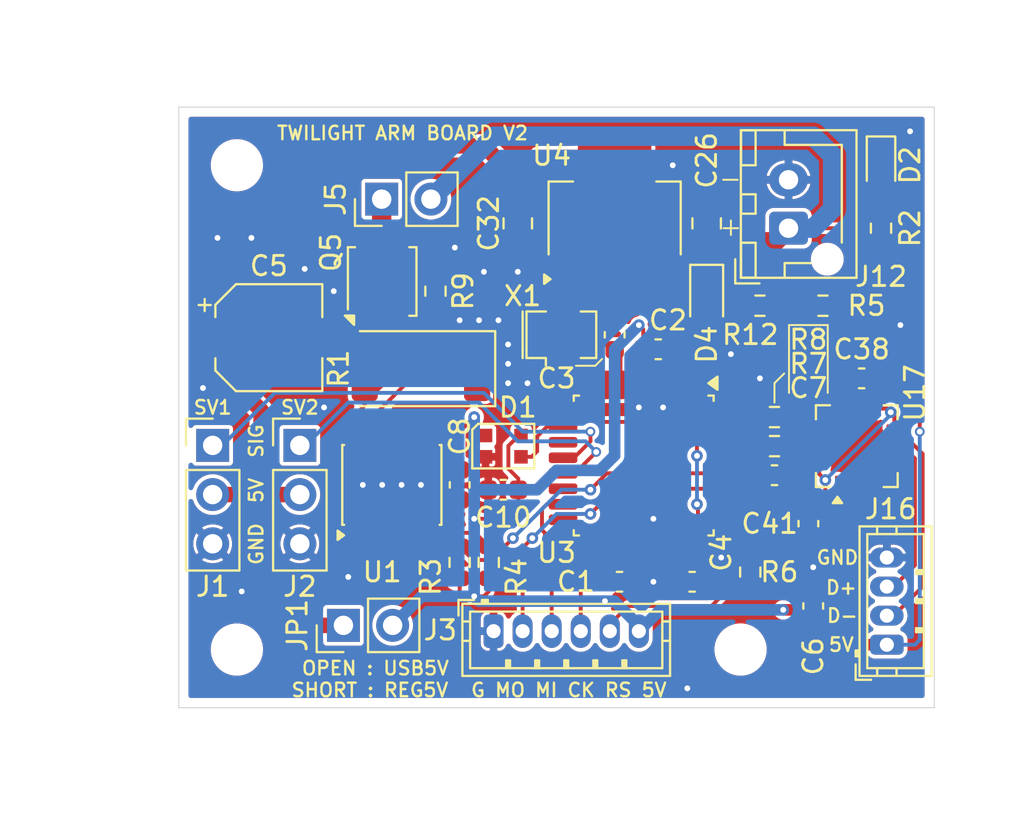
<source format=kicad_pcb>
(kicad_pcb (version 20241229) (generator "pcbnew") (generator_version "9.0")
  (layers (0 "F.Cu" signal) (2 "B.Cu" signal) (13 "F.Paste" user) (15 "B.Paste" user) (5 "F.SilkS" user "F.Silkscreen") (7 "B.SilkS" user "B.Silkscreen") (1 "F.Mask" user) (3 "B.Mask" user) (25 "Edge.Cuts" user))
  (net 0 "")
  (net 1 "GND")
  (net 2 "/MOSI")
  (net 3 "Net-(U3-PD1)")
  (net 4 "/TX")
  (net 5 "Net-(U3-PD0)")
  (net 6 "/RX")
  (net 7 "/RESET")
  (net 8 "+5V")
  (net 9 "Net-(U1-IN+)")
  (net 10 "/SCL")
  (net 11 "/SDA")
  (net 12 "+5VA")
  (net 13 "+BATT")
  (net 14 "Net-(J5-Pin_1)")
  (net 15 "/MOT_PWM")
  (net 17 "/SERVO_SIG1")
  (net 23 "/MISO")
  (net 24 "Net-(U3-AREF)")
  (net 25 "Net-(U3-XTAL1{slash}PB6)")
  (net 29 "/SERVO_SIG2")
  (net 30 "/SCK")
  (net 31 "Net-(U3-XTAL2{slash}PB7)")
  (net 34 "/USB-")
  (net 36 "Net-(U17-~{DTR})")
  (net 39 "Net-(U17-3V3OUT)")
  (net 42 "/USB+")
  (net 45 "Net-(D2-A)")
  (net 47 "/LED_SIG")
  (net 49 "/VMON")
  (footprint "Capacitor_SMD:C_0603_1608Metric" (layer "F.Cu") (at 151.75 94.5 180)
    (property "Reference" "C2")
    (property "Value" "CL10A475KO8NNNC")
  )
  (footprint "Package_TO_SOT_SMD:SOT-223-3_TabPin2" (layer "F.Cu") (at 149.5 87.75 90)
    (property "Reference" "U4")
    (property "Value" "AMS1117-5.0")
  )
  (footprint "MountingHole:MountingHole_2.2mm_M2" (layer "F.Cu") (at 156 110)
    (property "Reference" "H1" (hide yes))
    (property "Value" "M2")
  )
  (footprint "MountingHole:MountingHole_2.2mm_M2" (layer "F.Cu") (at 130 85)
    (property "Reference" "H2" (hide yes))
    (property "Value" "M2")
  )
  (footprint "Resistor_SMD:R_0603_1608Metric" (layer "F.Cu") (at 160.25 92.25)
    (property "Reference" "R5")
    (property "Value" "0603WAF1002T5E")
  )
  (footprint "Capacitor_SMD:C_0805_2012Metric" (layer "F.Cu") (at 154.25 88 -90)
    (property "Reference" "C26")
    (property "Value" "CL21A106KAYNNNE")
  )
  (footprint "Connector_PinHeader_2.54mm:PinHeader_1x03_P2.54mm_Vertical" (layer "F.Cu") (at 128.75 99.46)
    (property "Reference" "J1")
    (property "Value" "PinHeader")
  )
  (footprint "Capacitor_SMD:C_0603_1608Metric" (layer "F.Cu") (at 162.25 96)
    (property "Reference" "C38")
    (property "Value" "CC0603KRX7R9BB104")
  )
  (footprint "Resistor_SMD:R_0603_1608Metric" (layer "F.Cu") (at 140.25 91.5 -90)
    (property "Reference" "R9")
    (property "Value" "0603WAF1001T5E")
  )
  (footprint "Connector_PinHeader_2.54mm:PinHeader_1x03_P2.54mm_Vertical" (layer "F.Cu") (at 133.25 99.46)
    (property "Reference" "J2")
    (property "Value" "PinHeader")
  )
  (footprint "Capacitor_SMD:C_0603_1608Metric" (layer "F.Cu") (at 159.5 103.5 90)
    (property "Reference" "C41")
    (property "Value" "CC0603KRX7R9BB104")
  )
  (footprint "Connector_JST:JST_ZH_B6B-ZR_1x06_P1.50mm_Vertical" (layer "F.Cu") (at 143.25 109.05)
    (property "Reference" "J3")
    (property "Value" "B6B-ZR")
  )
  (footprint "Resistor_SMD:R_0603_1608Metric" (layer "F.Cu") (at 141.5 105.5 -90)
    (property "Reference" "R3")
    (property "Value" "0603WAF1001T5E")
  )
  (footprint "Diode_SMD:D_2512_6332Metric" (layer "F.Cu") (at 139.5 95.5 180)
    (property "Reference" "R1")
    (property "Value" "25121WF500MT4E")
  )
  (footprint "Capacitor_SMD:C_0603_1608Metric" (layer "F.Cu") (at 159.75 107.75 90)
    (property "Reference" "C6")
    (property "Value" "CL10A475KO8NNNC")
  )
  (footprint "Diode_SMD:D_SOD-323" (layer "F.Cu") (at 154.25 91.75 -90)
    (property "Reference" "D4")
    (property "Value" "1N5819WS")
  )
  (footprint "Crystal:Resonator_SMD_Murata_CSTxExxV-3Pin_3.0x1.1mm" (layer "F.Cu") (at 146.75 93.75)
    (property "Reference" "X1")
    (property "Value" "CSTCE16M0V53-R0")
  )
  (footprint "LED_SMD:LED_WS2812B-2020_PLCC4_2.0x2.0mm" (layer "F.Cu") (at 143.75 99.5)
    (property "Reference" "D1")
    (property "Value" "WS2812B-2020")
  )
  (footprint "Resistor_SMD:R_0603_1608Metric" (layer "F.Cu") (at 157 92.25)
    (property "Reference" "R12")
    (property "Value" "0603WAF1001T5E")
  )
  (footprint "LED_SMD:LED_0603_1608Metric" (layer "F.Cu") (at 163.25 85 -90)
    (property "Reference" "D2")
    (property "Value" "D-060306G1/SS2/G1")
  )
  (footprint "Capacitor_SMD:C_0603_1608Metric" (layer "F.Cu") (at 141.5 101.5 -90)
    (property "Reference" "C8")
    (property "Value" "CC0603KRX7R9BB104")
  )
  (footprint "MountingHole:MountingHole_2.2mm_M2" (layer "F.Cu") (at 130 110)
    (property "Reference" "H3" (hide yes))
    (property "Value" "M2")
  )
  (footprint "Resistor_SMD:R_0603_1608Metric" (layer "F.Cu") (at 143 105.5 -90)
    (property "Reference" "R4")
    (property "Value" "0603WAF1001T5E")
  )
  (footprint "Capacitor_SMD:C_0603_1608Metric" (layer "F.Cu") (at 157.75 101 180)
    (property "Reference" "C7")
    (property "Value" "CC0603KRX7R9BB104")
  )
  (footprint "Resistor_SMD:R_0603_1608Metric" (layer "F.Cu") (at 157.75 98 180)
    (property "Reference" "R8")
    (property "Value" "0603WAF1001T5E")
  )
  (footprint "Capacitor_SMD:C_0603_1608Metric" (layer "F.Cu") (at 153.5 106.5 180)
    (property "Reference" "C4")
    (property "Value" "CC0603KRX7R9BB104")
  )
  (footprint "Connector_JST:JST_XH_B2B-XH-AM_1x02_P2.50mm_Vertical" (layer "F.Cu") (at 158.475 88.25 90)
    (property "Reference" "J12")
    (property "Value" "B2B-XH-A(LF)(SN)")
  )
  (footprint "Resistor_SMD:R_0603_1608Metric" (layer "F.Cu") (at 157.75 99.5 180)
    (property "Reference" "R7")
    (property "Value" "0603WAF1001T5E")
  )
  (footprint "Package_SON:Diodes_PowerDI3333-8" (layer "F.Cu") (at 137.5 91 90)
    (property "Reference" "Q5")
    (property "Value" "DMT6008LFG")
  )
  (footprint "Resistor_SMD:R_0603_1608Metric" (layer "F.Cu") (at 156.5 106 -90)
    (property "Reference" "R6")
    (property "Value" "0603WAF1001T5E")
  )
  (footprint "Resistor_SMD:R_0603_1608Metric" (layer "F.Cu") (at 163.25 88.25 -90)
    (property "Reference" "R2")
    (property "Value" "0603WAF1002T5E")
  )
  (footprint "Capacitor_SMD:C_0603_1608Metric" (layer "F.Cu") (at 149.75 106.5 180)
    (property "Reference" "C1")
    (property "Value" "CL10A475KO8NNNC")
  )
  (footprint "Capacitor_SMD:CP_Elec_5x5.4" (layer "F.Cu") (at 131.65 93.9)
    (property "Reference" "C5")
    (property "Value" "RVT1A101M0505")
  )
  (footprint "Capacitor_SMD:C_0603_1608Metric" (layer "F.Cu") (at 149.5 93.75 -90)
    (property "Reference" "C3")
    (property "Value" "CL10A475KO8NNNC")
  )
  (footprint "Package_DFN_QFN:QFN-20-1EP_4x4mm_P0.5mm_EP2.5x2.5mm" (layer "F.Cu") (at 162 99.5 90)
    (property "Reference" "U17")
    (property "Value" "FT231XQ-R")
  )
  (footprint "Capacitor_SMD:C_0805_2012Metric" (layer "F.Cu") (at 144.5 88 -90)
    (property "Reference" "C32")
    (property "Value" "CL21A106KAYNNNE")
  )
  (footprint "Connector_PinHeader_2.54mm:PinHeader_1x02_P2.54mm_Vertical" (layer "F.Cu") (at 135.5 108.75 90)
    (property "Reference" "JP1")
    (property "Value" "Switch 5V supply")
  )
  (footprint "Capacitor_SMD:C_0603_1608Metric" (layer "F.Cu") (at 143.75 101.75 180)
    (property "Reference" "C10")
    (property "Value" "CC0603KRX7R9BB104")
  )
  (footprint "Connector_PinHeader_2.54mm:PinHeader_1x02_P2.54mm_Vertical" (layer "F.Cu") (at 137.475 86.75 90)
    (property "Reference" "J5")
    (property "Value" "Fan motor")
  )
  (footprint "Package_SO:SOIC-8_3.9x4.9mm_P1.27mm" (layer "F.Cu") (at 138 101.5 90)
    (property "Reference" "U1")
    (property "Value" "NA219AIDR")
  )
  (footprint "Package_QFP:TQFP-32_7x7mm_P0.8mm" (layer "F.Cu") (at 151 100.5 -90)
    (property "Reference" "U3")
    (property "Value" "ATmega328P-AU")
  )
  (footprint "Connector_JST:JST_ZH_B4B-ZR_1x04_P1.50mm_Vertical" (layer "F.Cu") (at 163.55 109.75 90)
    (property "Reference" "J16")
    (property "Value" "B4B-ZR(LF)(SN)")
  )
  (gr_line (start 155.1 85.75) (end 155.85 85.75) (stroke (width 0.1)) (layer "F.SilkS"))
  (gr_line (start 148.5 95.35) (end 148.85 95) (stroke (width 0.1)) (layer "F.SilkS"))
  (gr_line (start 158.5 93.25) (end 158.5 96.75) (stroke (width 0.1)) (layer "F.SilkS"))
  (gr_line (start 155.5 88.6) (end 155.5 87.85) (stroke (width 0.1)) (layer "F.SilkS"))
  (gr_line (start 160.5 93.25) (end 158.5 93.25) (stroke (width 0.1)) (layer "F.SilkS"))
  (gr_line (start 147.5 95.35) (end 148.5 95.35) (stroke (width 0.1)) (layer "F.SilkS"))
  (gr_line (start 155.125 88.25) (end 155.875 88.25) (stroke (width 0.1)) (layer "F.SilkS"))
  (gr_line (start 160.5 96.75) (end 160.5 93.25) (stroke (width 0.1)) (layer "F.SilkS"))
  (gr_line (start 158.25 95.75) (end 157.75 96.25) (stroke (width 0.1)) (layer "F.SilkS"))
  (gr_line (start 157.75 96.25) (end 157.75 97.25) (stroke (width 0.1)) (layer "F.SilkS"))
  (gr_line (start 127 82) (end 127 113) (stroke (width 0.05)) (layer "Edge.Cuts"))
  (gr_line (start 127 113) (end 166 113) (stroke (width 0.05)) (layer "Edge.Cuts"))
  (gr_line (start 166 113) (end 166 82) (stroke (width 0.05)) (layer "Edge.Cuts"))
  (gr_line (start 166 82) (end 127 82) (stroke (width 0.05)) (layer "Edge.Cuts"))
  (gr_text "SV2" (at 133.25 97.5 0) (layer "F.SilkS") (effects (font (size 0.7 0.7) (thickness 0.125))))
  (gr_text "GND  5V  SIG" (at 131 102 90) (layer "F.SilkS") (effects (font (size 0.7 0.7) (thickness 0.125))))
  (gr_text "SV1" (at 128.75 97.5 0) (layer "F.SilkS") (effects (font (size 0.7 0.7) (thickness 0.125))))
  (gr_text "G MO MI CK RS 5V" (at 152.25 112.5 0) (layer "F.SilkS") (effects (font (size 0.7 0.7) (thickness 0.125)) (justify right bottom)))
  (gr_text "D-" (at 161.25 108.25 0) (layer "F.SilkS") (effects (font (size 0.7 0.7) (thickness 0.125))))
  (gr_text "GND" (at 161 105.25 0) (layer "F.SilkS") (effects (font (size 0.7 0.7) (thickness 0.125))))
  (gr_text "5V" (at 161.2 109.75 0) (layer "F.SilkS") (effects (font (size 0.7 0.7) (thickness 0.125))))
  (gr_text "TWILIGHT ARM BOARD V2" (at 132 83.75 0) (layer "F.SilkS") (effects (font (size 0.7 0.7) (thickness 0.125)) (justify left bottom)))
  (gr_text " OPEN : USB5V\nSHORT : REG5V" (at 132.75 112.5 0) (layer "F.SilkS") (effects (font (size 0.7 0.7) (thickness 0.125)) (justify left bottom)))
  (gr_text "D+" (at 161.2 106.8 0) (layer "F.SilkS") (effects (font (size 0.7 0.7) (thickness 0.125))))
  (segment (start 150.525 106.5) (end 151.5 106.5) (width 0.2) (layer "F.Cu") (net 1))
  (segment (start 137.365 99.025) (end 137.365 97.635) (width 0.2) (layer "F.Cu") (net 1))
  (segment (start 154.275 106.5) (end 154.275 105.975) (width 0.2) (layer "F.Cu") (net 1))
  (segment (start 137.365 97.635) (end 139.5 95.5) (width 0.2) (layer "F.Cu") (net 1))
  (segment (start 152.2 96.3375) (end 152.2 97.3) (width 0.2) (layer "F.Cu") (net 1))
  (segment (start 152.2 97.3) (end 152 97.5) (width 0.2) (layer "F.Cu") (net 1))
  (segment (start 150.6 96.3375) (end 150.6 97.35) (width 0.2) (layer "F.Cu") (net 1))
  (segment (start 139.5 95.5) (end 142.4 95.5) (width 0.2) (layer "F.Cu") (net 1))
  (segment (start 151.4 104.6625) (end 151.4 103.35) (width 0.2) (layer "F.Cu") (net 1))
  (segment (start 154.275 105.975) (end 155 105.25) (width 0.2) (layer "F.Cu") (net 1))
  (segment (start 150.6 97.35) (end 150.75 97.5) (width 0.2) (layer "F.Cu") (net 1))
  (segment (start 151.4 103.35) (end 151.5 103.25) (width 0.2) (layer "F.Cu") (net 1))
  (via (at 138.5 101.5) (size 0.6) (drill 0.3) (layers "F.Cu" "B.Cu") (net 1))
  (via (at 130.25 107) (size 0.6) (drill 0.3) (layers "F.Cu" "B.Cu") (net 1))
  (via (at 139.5 101.5) (size 0.6) (drill 0.3) (layers "F.Cu" "B.Cu") (net 1))
  (via (at 137.5 101.5) (size 0.6) (drill 0.3) (layers "F.Cu" "B.Cu") (net 1))
  (via (at 152 97.5) (size 0.6) (drill 0.3) (layers "F.Cu" "B.Cu") (net 1))
  (via (at 159.75 105.75) (size 0.6) (drill 0.3) (layers "F.Cu" "B.Cu") (net 1))
  (via (at 151.5 103.25) (size 0.6) (drill 0.3) (layers "F.Cu" "B.Cu") (net 1))
  (via (at 141.25 89.25) (size 0.6) (drill 0.3) (layers "F.Cu" "B.Cu") (net 1))
  (via (at 145 96.25) (size 0.6) (drill 0.3) (layers "F.Cu" "B.Cu") (net 1))
  (via (at 136.5 101.5) (size 0.6) (drill 0.3) (layers "F.Cu" "B.Cu") (net 1))
  (via (at 135.75 106.25) (size 0.6) (drill 0.3) (layers "F.Cu" "B.Cu") (net 1))
  (via (at 128.25 96.5) (size 0.6) (drill 0.3) (layers "F.Cu" "B.Cu") (net 1))
  (via (at 144 94.25) (size 0.6) (drill 0.3) (layers "F.Cu" "B.Cu") (net 1))
  (via (at 157 96) (size 0.6) (drill 0.3) (layers "F.Cu" "B.Cu") (net 1))
  (via (at 150.75 97.5) (size 0.6) (drill 0.3) (layers "F.Cu" "B.Cu") (net 1))
  (via (at 141.5 93) (size 0.6) (drill 0.3) (layers "F.Cu" "B.Cu") (net 1))
  (via (at 155 105.25) (size 0.6) (drill 0.3) (layers "F.Cu" "B.Cu") (net 1))
  (via (at 134.5 97.5) (size 0.6) (drill 0.3) (layers "F.Cu" "B.Cu") (net 1))
  (via (at 164.75 83.25) (size 0.6) (drill 0.3) (layers "F.Cu" "B.Cu") (net 1))
  (via (at 144 96.25) (size 0.6) (drill 0.3) (layers "F.Cu" "B.Cu") (net 1))
  (via (at 153.25 112) (size 0.6) (drill 0.3) (layers "F.Cu" "B.Cu") (net 1))
  (via (at 142.75 90.5) (size 0.6) (drill 0.3) (layers "F.Cu" "B.Cu") (net 1))
  (via (at 142.5 93) (size 0.6) (drill 0.3) (layers "F.Cu" "B.Cu") (net 1))
  (via (at 144 95.25) (size 0.6) (drill 0.3) (layers "F.Cu" "B.Cu") (net 1))
  (via (at 152.5 85) (size 0.6) (drill 0.3) (layers "F.Cu" "B.Cu") (net 1))
  (via (at 164.25 93.25) (size 0.6) (drill 0.3) (layers "F.Cu" "B.Cu") (net 1))
  (via (at 129 88.75) (size 0.6) (drill 0.3) (layers "F.Cu" "B.Cu") (net 1))
  (via (at 143.5 93) (size 0.6) (drill 0.3) (layers "F.Cu" "B.Cu") (net 1))
  (via (at 155.5 94.75) (size 0.6) (drill 0.3) (layers "F.Cu" "B.Cu") (net 1))
  (via (at 151.5 106.5) (size 0.6) (drill 0.3) (layers "F.Cu" "B.Cu") (net 1))
  (via (at 130.75 88.75) (size 0.6) (drill 0.3) (layers "F.Cu" "B.Cu") (net 1))
  (via (at 144.5 90.5) (size 0.6) (drill 0.3) (layers "F.Cu" "B.Cu") (net 1))
  (via (at 133.5 90.35) (size 0.6) (drill 0.3) (layers "F.Cu" "B.Cu") (net 1))
  (via (at 135 91.5) (size 0.6) (drill 0.3) (layers "F.Cu" "B.Cu") (net 1))
  (segment (start 144.75 105.669239) (end 144.75 109.05) (width 0.2) (layer "F.Cu") (net 2))
  (segment (start 145.75 102.75) (end 145.75 103.830761) (width 0.2) (layer "F.Cu") (net 2))
  (segment (start 145.9 103.980761) (end 145.9 104.519239) (width 0.2) (layer "F.Cu") (net 2))
  (segment (start 146 102.5) (end 145.75 102.75) (width 0.2) (layer "F.Cu") (net 2))
  (segment (start 146.8375 102.5) (end 146 102.5) (width 0.2) (layer "F.Cu") (net 2))
  (segment (start 145.75 103.830761) (end 145.9 103.980761) (width 0.2) (layer "F.Cu") (net 2))
  (segment (start 145.9 104.519239) (end 144.75 105.669239) (width 0.2) (layer "F.Cu") (net 2))
  (segment (start 156.425 98.5) (end 156.925 98) (width 0.2) (layer "F.Cu") (net 3))
  (segment (start 155.1625 98.5) (end 156.425 98.5) (width 0.2) (layer "F.Cu") (net 3))
  (segment (start 157.726 102.226) (end 157.726 98.849) (width 0.2) (layer "F.Cu") (net 4))
  (segment (start 159 103.5) (end 157.726 102.226) (width 0.2) (layer "F.Cu") (net 4))
  (segment (start 161 101.4375) (end 161 102.45011) (width 0.2) (layer "F.Cu") (net 4))
  (segment (start 157.726 98.849) (end 158.575 98) (width 0.2) (layer "F.Cu") (net 4))
  (segment (start 161 102.45011) (end 159.95011 103.5) (width 0.2) (layer "F.Cu") (net 4))
  (segment (start 159.95011 103.5) (end 159 103.5) (width 0.2) (layer "F.Cu") (net 4))
  (segment (start 155.1625 99.3) (end 156.725 99.3) (width 0.2) (layer "F.Cu") (net 5))
  (segment (start 156.725 99.3) (end 156.925 99.5) (width 0.2) (layer "F.Cu") (net 5))
  (segment (start 160.0625 99) (end 159.075 99) (width 0.2) (layer "F.Cu") (net 6))
  (segment (start 159.075 99) (end 158.575 99.5) (width 0.2) (layer "F.Cu") (net 6))
  (segment (start 150.2 107.75) (end 154.5 107.75) (width 0.2) (layer "F.Cu") (net 7))
  (segment (start 155.5 105.669239) (end 155.994239 105.175) (width 0.2) (layer "F.Cu") (net 7))
  (segment (start 156.075 100.1) (end 155.1625 100.1) (width 0.2) (layer "F.Cu") (net 7))
  (segment (start 154.5 107.75) (end 155.5 106.75) (width 0.2) (layer "F.Cu") (net 7))
  (segment (start 155.5 106.75) (end 155.5 105.669239) (width 0.2) (layer "F.Cu") (net 7))
  (segment (start 149.25 108.7) (end 150.2 107.75) (width 0.2) (layer "F.Cu") (net 7))
  (segment (start 156.975 101) (end 156.075 100.1) (width 0.2) (layer "F.Cu") (net 7))
  (segment (start 156.975 104.2) (end 156.5 104.675) (width 0.2) (layer "F.Cu") (net 7))
  (segment (start 149.25 109.05) (end 149.25 108.7) (width 0.2) (layer "F.Cu") (net 7))
  (segment (start 156.975 101) (end 156.975 104.2) (width 0.2) (layer "F.Cu") (net 7))
  (segment (start 156.5 104.675) (end 156.5 105.175) (width 0.2) (layer "F.Cu") (net 7))
  (segment (start 155.994239 105.175) (end 156.5 105.175) (width 0.2) (layer "F.Cu") (net 7))
  (segment (start 144.55 98.95) (end 144.014 99.486) (width 0.2) (layer "F.Cu") (net 8))
  (segment (start 141.5 98.75) (end 142.25 98) (width 0.2) (layer "F.Cu") (net 8))
  (segment (start 139.905 99.025) (end 139.905 100.405) (width 0.2) (layer "F.Cu") (net 8))
  (segment (start 142.25 107.25) (end 141.75 107.25) (width 0.2) (layer "F.Cu") (net 8))
  (segment (start 141.5 106.325) (end 141.5 107) (width 0.2) (layer "F.Cu") (net 8))
  (segment (start 149.8 94.825) (end 149.8 96.3375) (width 0.2) (layer "F.Cu") (net 8))
  (segment (start 143 107) (end 142.75 107.25) (width 0.2) (layer "F.Cu") (net 8))
  (segment (start 149.5 94.525) (end 149.8 94.825) (width 0.2) (layer "F.Cu") (net 8))
  (segment (start 150.975 93.475) (end 150.75 93.25) (width 0.2) (layer "F.Cu") (net 8))
  (segment (start 141.75 107.25) (end 141.5 107) (width 0.2) (layer "F.Cu") (net 8))
  (segment (start 143 106.325) (end 143 107) (width 0.2) (layer "F.Cu") (net 8))
  (segment (start 151.4 94.925) (end 151.4 96.3375) (width 0.2) (layer "F.Cu") (net 8))
  (segment (start 160.975 109.75) (end 159.75 108.525) (width 0.6) (layer "F.Cu") (net 8))
  (segment (start 159.175 107.95) (end 159.75 108.525) (width 0.6) (layer "F.Cu") (net 8))
  (segment (start 165.25 98.225) (end 165.25 98.75) (width 0.2) (layer "F.Cu") (net 8))
  (segment (start 163.025 96) (end 165.25 98.225) (width 0.2) (layer "F.Cu") (net 8))
  (segment (start 144.665 98.95) (end 144.55 98.95) (width 0.2) (layer "F.Cu") (net 8))
  (segment (start 144.525 102.475) (end 143.75 103.25) (width 0.2) (layer "F.Cu") (net 8))
  (segment (start 144.014 100.664) (end 144.525 101.175) (width 0.2) (layer "F.Cu") (net 8))
  (segment (start 149.5 94.525) (end 149.5 94.5) (width 0.2) (layer "F.Cu") (net 8))
  (segment (start 140.225 100.725) (end 141.5 100.725) (width 0.2) (layer "F.Cu") (net 8))
  (segment (start 150.975 94.5) (end 151.4 94.925) (width 0.2) (layer "F.Cu") (net 8))
  (segment (start 149.5 94.5) (end 150.75 93.25) (width 0.2) (layer "F.Cu") (net 8))
  (segment (start 143.75 103.25) (end 142.25 103.25) (width 0.2) (layer "F.Cu") (net 8))
  (segment (start 163.55 109.75) (end 160.975 109.75) (width 0.6) (layer "F.Cu") (net 8))
  (segment (start 144.525 101.75) (end 144.525 102.475) (width 0.2) (layer "F.Cu") (net 8))
  (segment (start 141.5 100.725) (end 141.5 98.75) (width 0.2) (layer "F.Cu") (net 8))
  (segment (start 139.905 100.405) (end 140.225 100.725) (width 0.2) (layer "F.Cu") (net 8))
  (segment (start 158.2 107.95) (end 159.175 107.95) (width 0.6) (layer "F.Cu") (net 8))
  (segment (start 149 106.475) (end 148.975 106.5) (width 0.2) (layer "F.Cu") (net 8))
  (segment (start 144.525 101.175) (end 144.525 101.75) (width 0.2) (layer "F.Cu") (net 8))
  (segment (start 142.75 107.25) (end 142.25 107.25) (width 0.2) (layer "F.Cu") (net 8))
  (segment (start 162.5 96.525) (end 163.025 96) (width 0.2) (layer "F.Cu") (net 8))
  (segment (start 149 104.6625) (end 149 106.475) (width 0.2) (layer "F.Cu") (net 8))
  (segment (start 150.975 94.5) (end 150.975 93.475) (width 0.2) (layer "F.Cu") (net 8))
  (segment (start 156.5 106.825) (end 158.075 106.825) (width 0.2) (layer "F.Cu") (net 8))
  (segment (start 162.5 97.5625) (end 162.5 96.525) (width 0.2) (layer "F.Cu") (net 8))
  (segment (start 144.014 99.486) (end 144.014 100.664) (width 0.2) (layer "F.Cu") (net 8))
  (via (at 142.25 107.25) (size 0.5) (drill 0.3) (layers "F.Cu" "B.Cu") (net 8))
  (via (at 149 107.5) (size 0.5) (drill 0.3) (layers "F.Cu" "B.Cu") (net 8))
  (via (at 150.75 93.25) (size 0.5) (drill 0.3) (layers "F.Cu" "B.Cu") (net 8))
  (via (at 165.25 98.75) (size 0.5) (drill 0.3) (layers "F.Cu" "B.Cu") (net 8))
  (via (at 142.25 103.25) (size 0.6) (drill 0.3) (layers "F.Cu" "B.Cu") (net 8))
  (via (at 158.2 107.95) (size 0.5) (drill 0.3) (layers "F.Cu" "B.Cu") (net 8))
  (via (at 142.25 98) (size 0.6) (drill 0.3) (layers "F.Cu" "B.Cu") (net 8))
  (segment (start 150.75 109.05) (end 151.85 107.95) (width 0.6) (layer "B.Cu") (net 8))
  (segment (start 150.75 93.25) (end 149.5 94.5) (width 0.6) (layer "B.Cu") (net 8))
  (segment (start 142.25 101.75) (end 142.25 98) (width 0.6) (layer "B.Cu") (net 8))
  (segment (start 149 107.5) (end 142.5 107.5) (width 0.6) (layer "B.Cu") (net 8))
  (segment (start 139.54 107.25) (end 138.04 108.75) (width 0.6) (layer "B.Cu") (net 8))
  (segment (start 165 109.75) (end 163.55 109.75) (width 0.2) (layer "B.Cu") (net 8))
  (segment (start 148.729901 100.75) (end 146.5 100.75) (width 0.6) (layer "B.Cu") (net 8))
  (segment (start 149.5 94.5) (end 149.5 99.979901) (width 0.6) (layer "B.Cu") (net 8))
  (segment (start 150.75 109.05) (end 150.75 108.763159) (width 0.6) (layer "B.Cu") (net 8))
  (segment (start 142.25 107.25) (end 142.25 103.25) (width 0.6) (layer "B.Cu") (net 8))
  (segment (start 142.25 103.25) (end 142.25 101.75) (width 0.6) (layer "B.Cu") (net 8))
  (segment (start 150.75 108.763159) (end 149.486841 107.5) (width 0.6) (layer "B.Cu") (net 8))
  (segment (start 142.5 107.5) (end 142.25 107.25) (width 0.6) (layer "B.Cu") (net 8))
  (segment (start 165.25 98.75) (end 165.25 109.5) (width 0.2) (layer "B.Cu") (net 8))
  (segment (start 151.85 107.95) (end 158.2 107.95) (width 0.6) (layer "B.Cu") (net 8))
  (segment (start 145.5 101.75) (end 142.25 101.75) (width 0.6) (layer "B.Cu") (net 8))
  (segment (start 142.25 107.25) (end 139.54 107.25) (width 0.6) (layer "B.Cu") (net 8))
  (segment (start 149.5 99.979901) (end 148.729901 100.75) (width 0.6) (layer "B.Cu") (net 8))
  (segment (start 146.5 100.75) (end 145.5 101.75) (width 0.6) (layer "B.Cu") (net 8))
  (segment (start 149.486841 107.5) (end 149 107.5) (width 0.6) (layer "B.Cu") (net 8))
  (segment (start 165.25 109.5) (end 165 109.75) (width 0.2) (layer "B.Cu") (net 8))
  (segment (start 136.095 97.905) (end 136.6 97.4) (width 0.2) (layer "F.Cu") (net 9))
  (segment (start 136.095 99.025) (end 136.095 97.905) (width 0.2) (layer "F.Cu") (net 9))
  (segment (start 136.6 97.4) (end 136.6 95.5) (width 0.2) (layer "F.Cu") (net 9))
  (segment (start 155.1625 100.9) (end 149.1 100.9) (width 0.2) (layer "F.Cu") (net 10))
  (segment (start 142.3 103.975) (end 143 104.675) (width 0.2) (layer "F.Cu") (net 10))
  (segment (start 143 104.675) (end 143.825 104.675) (width 0.2) (layer "F.Cu") (net 10))
  (segment (start 139.905 103.975) (end 142.3 103.975) (width 0.2) (layer "F.Cu") (net 10))
  (segment (start 143.825 104.675) (end 144.25 104.25) (width 0.2) (layer "F.Cu") (net 10))
  (segment (start 149.1 100.9) (end 148.25 101.75) (width 0.2) (layer "F.Cu") (net 10))
  (via (at 144.25 104.25) (size 0.6) (drill 0.3) (layers "F.Cu" "B.Cu") (net 10))
  (via (at 148.25 101.75) (size 0.6) (drill 0.3) (layers "F.Cu" "B.Cu") (net 10))
  (segment (start 146.75 101.75) (end 144.25 104.25) (width 0.2) (layer "B.Cu") (net 10))
  (segment (start 148.25 101.75) (end 146.75 101.75) (width 0.2) (layer "B.Cu") (net 10))
  (segment (start 138.635 103.975) (end 138.635 105.135) (width 0.2) (layer "F.Cu") (net 11))
  (segment (start 138.751 105.251) (end 140.924 105.251) (width 0.2) (layer "F.Cu") (net 11))
  (segment (start 138.635 105.135) (end 138.751 105.251) (width 0.2) (layer "F.Cu") (net 11))
  (segment (start 140.924 105.251) (end 141.5 104.675) (width 0.2) (layer "F.Cu") (net 11))
  (segment (start 149.55 101.7) (end 148.25 103) (width 0.2) (layer "F.Cu") (net 11))
  (segment (start 144.124 105.376) (end 145.25 104.25) (width 0.2) (layer "F.Cu") (net 11))
  (segment (start 142.201 105.376) (end 144.124 105.376) (width 0.2) (layer "F.Cu") (net 11))
  (segment (start 155.1625 101.7) (end 149.55 101.7) (width 0.2) (layer "F.Cu") (net 11))
  (segment (start 141.5 104.675) (end 142.201 105.376) (width 0.2) (layer "F.Cu") (net 11))
  (via (at 148.25 103) (size 0.6) (drill 0.3) (layers "F.Cu" "B.Cu") (net 11))
  (via (at 145.25 104.25) (size 0.6) (drill 0.3) (layers "F.Cu" "B.Cu") (net 11))
  (segment (start 146.5 103) (end 145.25 104.25) (width 0.2) (layer "B.Cu") (net 11))
  (segment (start 148.25 103) (end 146.5 103) (width 0.2) (layer "B.Cu") (net 11))
  (segment (start 142.75 84) (end 144.5 85.75) (width 0.8) (layer "F.Cu") (net 12))
  (segment (start 149.5 90.9) (end 149.5 84.6) (width 1) (layer "F.Cu") (net 12))
  (segment (start 152.05 92.8) (end 152 92.75) (width 0.2) (layer "F.Cu") (net 12))
  (segment (start 131.25 106.25) (end 133.75 108.75) (width 0.8) (layer "F.Cu") (net 12))
  (segment (start 151.35 92.75) (end 149.5 90.9) (width 0.2) (layer "F.Cu") (net 12))
  (segment (start 131.25 102) (end 133.25 102) (width 0.8) (layer "F.Cu") (net 12))
  (segment (start 133.75 108.75) (end 135.5 108.75) (width 0.8) (layer "F.Cu") (net 12))
  (segment (start 154.25 92.8) (end 152.05 92.8) (width 0.2) (layer "F.Cu") (net 12))
  (segment (start 135.5 84) (end 142.75 84) (width 0.8) (layer "F.Cu") (net 12))
  (segment (start 145.65 84.6) (end 149.5 84.6) (width 0.8) (layer "F.Cu") (net 12))
  (segment (start 133.25 86.25) (end 135.5 84) (width 0.8) (layer "F.Cu") (net 12))
  (segment (start 129.45 93.9) (end 129.45 92.3) (width 0.8) (layer "F.Cu") (net 12))
  (segment (start 129.45 92.3) (end 133.25 88.5) (width 0.8) (layer "F.Cu") (net 12))
  (segment (start 133.25 88.5) (end 133.25 86.25) (width 0.8) (layer "F.Cu") (net 12))
  (segment (start 144.5 87.05) (end 144.5 85.75) (width 0.8) (layer "F.Cu") (net 12))
  (segment (start 131.25 102) (end 128.75 102) (width 0.8) (layer "F.Cu") (net 12))
  (segment (start 152 92.75) (end 151.35 92.75) (width 0.2) (layer "F.Cu") (net 12))
  (segment (start 144.5 85.75) (end 145.65 84.6) (width 0.8) (layer "F.Cu") (net 12))
  (segment (start 129.45 93.9) (end 129.45 95.85) (width 0.8) (layer "F.Cu") (net 12))
  (segment (start 131.25 97.65) (end 131.25 102) (width 0.8) (layer "F.Cu") (net 12))
  (segment (start 131.25 102) (end 131.25 106.25) (width 0.8) (layer "F.Cu") (net 12))
  (segment (start 129.45 95.85) (end 131.25 97.65) (width 0.8) (layer "F.Cu") (net 12))
  (segment (start 154.25 88.95) (end 157.775 88.95) (width 1) (layer "F.Cu") (net 13))
  (segment (start 163.25 90) (end 163.25 89.075) (width 0.2) (layer "F.Cu") (net 13))
  (segment (start 153.75 88.95) (end 151.8 90.9) (width 1) (layer "F.Cu") (net 13))
  (segment (start 158.475 88.25) (end 161 88.25) (width 0.2) (layer "F.Cu") (net 13))
  (segment (start 157.775 88.95) (end 158.475 88.25) (width 1) (layer "F.Cu") (net 13))
  (segment (start 161.825 89.075) (end 163.25 89.075) (width 0.2) (layer "F.Cu") (net 13))
  (segment (start 161.075 92.25) (end 161.075 92.175) (width 0.2) (layer "F.Cu") (net 13))
  (segment (start 154.25 88.95) (end 153.75 88.95) (width 1) (layer "F.Cu") (net 13))
  (segment (start 161 88.25) (end 161.825 89.075) (width 0.2) (layer "F.Cu") (net 13))
  (segment (start 154.25 90.7) (end 154.25 88.95) (width 0.2) (layer "F.Cu") (net 13))
  (segment (start 161.075 92.175) (end 163.25 90) (width 0.2) (layer "F.Cu") (net 13))
  (segment (start 143.265 83.5) (end 159.75 83.5) (width 1) (layer "B.Cu") (net 13))
  (segment (start 159.75 83.5) (end 160.75 84.5) (width 1) (layer "B.Cu") (net 13))
  (segment (start 140.015 86.75) (end 143.265 83.5) (width 1) (layer "B.Cu") (net 13))
  (segment (start 160.75 87.25) (end 159.75 88.25) (width 1) (layer "B.Cu") (net 13))
  (segment (start 160.75 84.5) (end 160.75 87.25) (width 1) (layer "B.Cu") (net 13))
  (segment (start 159.75 88.25) (end 158.475 88.25) (width 1) (layer "B.Cu") (net 13))
  (segment (start 137.475 86.75) (end 137.475 86.975) (width 0) (layer "F.Cu") (net 14))
  (segment (start 137.475 86.75) (end 137.475 90.52) (width 1) (layer "F.Cu") (net 14))
  (segment (start 137.475 86.975) (end 137.5 87) (width 0) (layer "F.Cu") (net 14))
  (segment (start 137.475 90.52) (end 137.5 90.545) (width 1) (layer "F.Cu") (net 14))
  (segment (start 147.2385 96.7385) (end 147.2214 96.7385) (width 0.2) (layer "F.Cu") (net 15))
  (segment (start 138.65 92.325) (end 138.475 92.5) (width 0.2) (layer "F.Cu") (net 15))
  (segment (start 140.25 92.325) (end 138.65 92.325) (width 0.2) (layer "F.Cu") (net 15))
  (segment (start 153.8 97.074999) (end 152.624999 98.25) (width 0.2) (layer "F.Cu") (net 15))
  (segment (start 153.8 96.3375) (end 153.8 97.074999) (width 0.2) (layer "F.Cu") (net 15))
  (segment (start 144.75 95.001) (end 144.75 93.25) (width 0.2) (layer "F.Cu") (net 15))
  (segment (start 147.2214 96.7385) (end 145.4839 95.001) (width 0.2) (layer "F.Cu") (net 15))
  (segment (start 144.75 93.25) (end 143.825 92.325) (width 0.2) (layer "F.Cu") (net 15))
  (segment (start 143.825 92.325) (end 140.25 92.325) (width 0.2) (layer "F.Cu") (net 15))
  (segment (start 148.75 98.25) (end 147.2385 96.7385) (width 0.2) (layer "F.Cu") (net 15))
  (segment (start 145.4839 95.001) (end 144.75 95.001) (width 0.2) (layer "F.Cu") (net 15))
  (segment (start 152.624999 98.25) (end 148.75 98.25) (width 0.2) (layer "F.Cu") (net 15))
  (segment (start 147.4 100.1) (end 148.25 99.25) (width 0.2) (layer "F.Cu") (net 17))
  (segment (start 148.25 99.25) (end 148.25 98.75) (width 0.2) (layer "F.Cu") (net 17))
  (segment (start 146.8375 100.1) (end 147.4 100.1) (width 0.2) (layer "F.Cu") (net 17))
  (via (at 148.25 98.75) (size 0.5) (drill 0.3) (layers "F.Cu" "B.Cu") (net 17))
  (segment (start 131.96 96.75) (end 142.75 96.75) (width 0.2) (layer "B.Cu") (net 17))
  (segment (start 144.75 98.75) (end 148.25 98.75) (width 0.2) (layer "B.Cu") (net 17))
  (segment (start 142.75 96.75) (end 144.75 98.75) (width 0.2) (layer "B.Cu") (net 17))
  (segment (start 129.25 99.46) (end 131.96 96.75) (width 0.2) (layer "B.Cu") (net 17))
  (segment (start 128.75 99.46) (end 129.25 99.46) (width 0.2) (layer "B.Cu") (net 17))
  (segment (start 146.8375 105.1625) (end 146.25 105.75) (width 0.2) (layer "F.Cu") (net 23))
  (segment (start 146.25 105.75) (end 146.25 109.05) (width 0.2) (layer "F.Cu") (net 23))
  (segment (start 146.8375 103.3) (end 146.8375 105.1625) (width 0.2) (layer "F.Cu") (net 23))
  (segment (start 150.950001 105.75) (end 151.975 105.75) (width 0.2) (layer "F.Cu") (net 24))
  (segment (start 151.975 105.75) (end 152.725 106.5) (width 0.2) (layer "F.Cu") (net 24))
  (segment (start 150.6 105.399999) (end 150.950001 105.75) (width 0.2) (layer "F.Cu") (net 24))
  (segment (start 150.6 104.6625) (end 150.6 105.399999) (width 0.2) (layer "F.Cu") (net 24))
  (segment (start 149 95.776056) (end 149 96.3375) (width 0.2) (layer "F.Cu") (net 25))
  (segment (start 147.95 94.975) (end 148.274 95.299) (width 0.2) (layer "F.Cu") (net 25))
  (segment (start 148.274 95.299) (end 148.522944 95.299) (width 0.2) (layer "F.Cu") (net 25))
  (segment (start 147.95 93.75) (end 147.95 94.975) (width 0.2) (layer "F.Cu") (net 25))
  (segment (start 148.522944 95.299) (end 149 95.776056) (width 0.2) (layer "F.Cu") (net 25))
  (segment (start 147.44853 100.9) (end 148.549265 99.799265) (width 0.2) (layer "F.Cu") (net 29))
  (segment (start 146.8375 100.9) (end 147.44853 100.9) (width 0.2) (layer "F.Cu") (net 29))
  (via (at 148.549265 99.799265) (size 0.5) (drill 0.3) (layers "F.Cu" "B.Cu") (net 29))
  (segment (start 148.549265 99.799265) (end 148 99.25) (width 0.2) (layer "B.Cu") (net 29))
  (segment (start 144.5 99.25) (end 142.5 97.25) (width 0.2) (layer "B.Cu") (net 29))
  (segment (start 135.75 97.25) (end 133.54 99.46) (width 0.2) (layer "B.Cu") (net 29))
  (segment (start 148 99.25) (end 144.5 99.25) (width 0.2) (layer "B.Cu") (net 29))
  (segment (start 142.5 97.25) (end 135.75 97.25) (width 0.2) (layer "B.Cu") (net 29))
  (segment (start 133.54 99.46) (end 133.25 99.46) (width 0.2) (layer "B.Cu") (net 29))
  (segment (start 148.2 104.6625) (end 148.2 106.3) (width 0.2) (layer "F.Cu") (net 30))
  (segment (start 147.75 106.75) (end 147.75 109.05) (width 0.2) (layer "F.Cu") (net 30))
  (segment (start 148.2 106.3) (end 147.75 106.75) (width 0.2) (layer "F.Cu") (net 30))
  (segment (start 145.55 94.5) (end 145.55 93.75) (width 0.2) (layer "F.Cu") (net 31))
  (segment (start 148.2 96.3375) (end 147.3875 96.3375) (width 0.2) (layer "F.Cu") (net 31))
  (segment (start 147.3875 96.3375) (end 145.55 94.5) (width 0.2) (layer "F.Cu") (net 31))
  (segment (start 163.9375 99) (end 164.5 99) (width 0.2) (layer "F.Cu") (net 34))
  (segment (start 164.5 99) (end 165.399 99.899) (width 0.2) (layer "F.Cu") (net 34))
  (segment (start 163.9 108.25) (end 163.55 108.25) (width 0.2) (layer "F.Cu") (net 34))
  (segment (start 165.399 106.751) (end 163.9 108.25) (width 0.2) (layer "F.Cu") (net 34))
  (segment (start 165.399 99.899) (end 165.399 106.751) (width 0.2) (layer "F.Cu") (net 34))
  (segment (start 159.349 99.785202) (end 159.634202 99.5) (width 0.2) (layer "F.Cu") (net 36))
  (segment (start 159.349 100.176) (end 159.349 99.785202) (width 0.2) (layer "F.Cu") (net 36))
  (segment (start 158.525 101) (end 159.349 100.176) (width 0.2) (layer "F.Cu") (net 36))
  (segment (start 159.634202 99.5) (end 160.0625 99.5) (width 0.2) (layer "F.Cu") (net 36))
  (segment (start 163.9375 97.9375) (end 163.75 97.75) (width 0.2) (layer "F.Cu") (net 39))
  (segment (start 160.0625 100.9375) (end 160.375 101.25) (width 0.2) (layer "F.Cu") (net 39))
  (segment (start 163.5625 97.5625) (end 163.75 97.75) (width 0.2) (layer "F.Cu") (net 39))
  (segment (start 160.375 101.25) (end 160.375 101.85) (width 0.2) (layer "F.Cu") (net 39))
  (segment (start 160.0625 100.5) (end 160.0625 100.9375) (width 0.2) (layer "F.Cu") (net 39))
  (segment (start 163 97.5625) (end 163.5625 97.5625) (width 0.2) (layer "F.Cu") (net 39))
  (segment (start 163.9375 98.5) (end 163.9375 97.9375) (width 0.2) (layer "F.Cu") (net 39))
  (segment (start 160.375 101.85) (end 159.5 102.725) (width 0.2) (layer "F.Cu") (net 39))
  (via (at 163.75 97.75) (size 0.6) (drill 0.3) (layers "F.Cu" "B.Cu") (net 39))
  (via (at 160.375 101.25) (size 0.6) (drill 0.3) (layers "F.Cu" "B.Cu") (net 39))
  (segment (start 163.75 97.75) (end 163.75 97.875) (width 0.2) (layer "B.Cu") (net 39))
  (segment (start 163.75 97.875) (end 160.375 101.25) (width 0.2) (layer "B.Cu") (net 39))
  (segment (start 164.999 105.651) (end 164.999 100.133202) (width 0.2) (layer "F.Cu") (net 42))
  (segment (start 164.365798 99.5) (end 163.9375 99.5) (width 0.2) (layer "F.Cu") (net 42))
  (segment (start 164.999 100.133202) (end 164.365798 99.5) (width 0.2) (layer "F.Cu") (net 42))
  (segment (start 163.9 106.75) (end 164.999 105.651) (width 0.2) (layer "F.Cu") (net 42))
  (segment (start 163.55 106.75) (end 163.9 106.75) (width 0.2) (layer "F.Cu") (net 42))
  (segment (start 163.25 87.425) (end 163.25 85.7875) (width 0.2) (layer "F.Cu") (net 45))
  (segment (start 145.5 99.765) (end 145.215 100.05) (width 0.2) (layer "F.Cu") (net 47))
  (segment (start 146.8375 98.5) (end 146 98.5) (width 0.2) (layer "F.Cu") (net 47))
  (segment (start 145.5 99) (end 145.5 99.765) (width 0.2) (layer "F.Cu") (net 47))
  (segment (start 146 98.5) (end 145.5 99) (width 0.2) (layer "F.Cu") (net 47))
  (segment (start 145.215 100.05) (end 144.665 100.05) (width 0.2) (layer "F.Cu") (net 47))
  (segment (start 153.75 100) (end 153.75 97.751056) (width 0.2) (layer "F.Cu") (net 49))
  (segment (start 157.825 92.25) (end 159.425 92.25) (width 0.2) (layer "F.Cu") (net 49))
  (segment (start 153.75 97.751056) (end 157.825 93.676056) (width 0.2) (layer "F.Cu") (net 49))
  (segment (start 153.8 102.55) (end 153.75 102.5) (width 0.2) (layer "F.Cu") (net 49))
  (segment (start 153.8 104.6625) (end 153.8 102.55) (width 0.2) (layer "F.Cu") (net 49))
  (segment (start 157.825 93.676056) (end 157.825 92.25) (width 0.2) (layer "F.Cu") (net 49))
  (via (at 153.75 102.5) (size 0.6) (drill 0.3) (layers "F.Cu" "B.Cu") (net 49))
  (via (at 153.75 100) (size 0.6) (drill 0.3) (layers "F.Cu" "B.Cu") (net 49))
  (segment (start 153.75 102.5) (end 153.75 100) (width 0.2) (layer "B.Cu") (net 49))
  (zone (net 9) (net_name "Net-(U1-IN+)") (layer "F.Cu") (priority 1) (connect_pads yes (clearance 0.2)) (min_thickness 0.25) (fill yes (thermal_gap 0.5) (thermal_bridge_width 0.5))
    (polygon (pts (xy 136.25 92.25) (xy 138 92.25) (xy 138 96) (xy 137.25 96.75) (xy 136.25 96.75)))
  )
  (zone (net 0) (net_name "") (layer "F.Cu") (connect_pads (clearance 0)) (min_thickness 0.25)
    (keepout (tracks allowed) (vias allowed) (pads allowed) (copperpour not_allowed) (footprints allowed))
    (fill (thermal_gap 0.5) (thermal_bridge_width 0.5))
    (polygon (pts (xy 136.75 100.25) (xy 138 100.25) (xy 138 97.5) (xy 138.25 97.25) (xy 140.5 97.25) (xy 141.5 97.25) (xy 141.75 97.25) (xy 141.75 93.75) (xy 141.5 93.75) (xy 138.25 93.75) (xy 138.25 96) (xy 136.75 97.5)))
  )
  (zone (net 1) (net_name "GND") (layers "F.Cu" "B.Cu") (connect_pads (clearance 0.2)) (min_thickness 0.25) (fill yes (thermal_gap 0.15) (thermal_bridge_width 0.4))
    (polygon (pts (xy 126 81) (xy 167 81) (xy 167 114) (xy 126 114)))
  )
)
</source>
